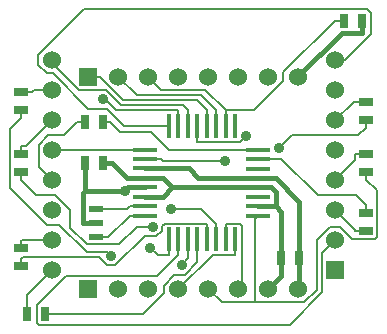
<source format=gtl>
G04 (created by PCBNEW (2013-jul-07)-stable) date Mon 01 Feb 2016 05:42:25 PM PST*
%MOIN*%
G04 Gerber Fmt 3.4, Leading zero omitted, Abs format*
%FSLAX34Y34*%
G01*
G70*
G90*
G04 APERTURE LIST*
%ADD10C,0.00590551*%
%ADD11R,0.025X0.045*%
%ADD12R,0.045X0.025*%
%ADD13R,0.0787X0.0177*%
%ADD14R,0.0177X0.0787*%
%ADD15C,0.06*%
%ADD16R,0.06X0.06*%
%ADD17R,0.0512X0.0197*%
%ADD18C,0.035*%
%ADD19C,0.016*%
%ADD20C,0.008*%
G04 APERTURE END LIST*
G54D10*
G54D11*
X50684Y-28248D03*
X51284Y-28248D03*
X40113Y-38031D03*
X40713Y-38031D03*
G54D12*
X39921Y-35841D03*
X39921Y-36441D03*
X39921Y-32692D03*
X39921Y-33292D03*
X51417Y-30959D03*
X51417Y-31559D03*
X39921Y-30644D03*
X39921Y-31244D03*
X51417Y-32692D03*
X51417Y-33292D03*
X51417Y-35260D03*
X51417Y-34660D03*
G54D11*
X42042Y-31633D03*
X42642Y-31633D03*
G54D13*
X44068Y-34754D03*
X44068Y-34439D03*
X44068Y-34124D03*
X44068Y-33809D03*
X44068Y-33494D03*
X44068Y-33179D03*
X44068Y-32864D03*
X44068Y-32549D03*
X47834Y-32551D03*
X47834Y-34761D03*
X47834Y-34441D03*
X47834Y-34121D03*
X47834Y-33811D03*
X47834Y-33491D03*
X47834Y-33181D03*
X47834Y-32861D03*
G54D14*
X44852Y-31761D03*
X45166Y-31761D03*
X45482Y-31761D03*
X45796Y-31761D03*
X46112Y-31761D03*
X46426Y-31761D03*
X46742Y-31761D03*
X47056Y-31761D03*
X44854Y-35541D03*
X45164Y-35541D03*
X45484Y-35541D03*
X45794Y-35541D03*
X46104Y-35541D03*
X46424Y-35541D03*
X46744Y-35541D03*
X47064Y-35541D03*
G54D15*
X40944Y-29569D03*
X40944Y-30569D03*
X40944Y-31569D03*
X40944Y-32569D03*
X40944Y-33569D03*
X40944Y-34569D03*
X40944Y-35569D03*
X40944Y-36569D03*
G54D16*
X50393Y-36569D03*
G54D15*
X50393Y-35569D03*
X50393Y-34569D03*
X50393Y-33569D03*
X50393Y-32569D03*
X50393Y-31569D03*
X50393Y-30569D03*
X50393Y-29569D03*
G54D11*
X48597Y-36161D03*
X49197Y-36161D03*
X42662Y-33011D03*
X42062Y-33011D03*
G54D16*
X42168Y-30117D03*
G54D15*
X43168Y-30117D03*
X44168Y-30117D03*
X45168Y-30117D03*
X46168Y-30117D03*
X47168Y-30117D03*
X48168Y-30117D03*
X49168Y-30117D03*
G54D16*
X42168Y-37205D03*
G54D15*
X43168Y-37205D03*
X44168Y-37205D03*
X45168Y-37205D03*
X46168Y-37205D03*
X47168Y-37205D03*
X48168Y-37205D03*
X49168Y-37205D03*
G54D17*
X42421Y-35000D03*
X42421Y-35472D03*
X42421Y-34528D03*
G54D18*
X43388Y-33913D03*
X47411Y-32094D03*
X48533Y-32498D03*
X44909Y-34525D03*
X44306Y-35121D03*
X42638Y-30875D03*
X46716Y-32938D03*
X44233Y-35824D03*
X45278Y-36384D03*
X42914Y-36107D03*
G54D19*
X49197Y-37176D02*
X49197Y-36161D01*
X49168Y-37205D02*
X49197Y-37176D01*
X42421Y-35000D02*
X41985Y-35000D01*
X42062Y-33011D02*
X42062Y-33416D01*
X49197Y-34280D02*
X49197Y-36161D01*
X48408Y-33491D02*
X49197Y-34280D01*
X47834Y-33491D02*
X48408Y-33491D01*
X44068Y-33809D02*
X43494Y-33809D01*
X42062Y-33913D02*
X42062Y-33416D01*
X41985Y-33990D02*
X41985Y-35000D01*
X42062Y-33913D02*
X41985Y-33990D01*
X43390Y-33913D02*
X43388Y-33913D01*
X43494Y-33809D02*
X43390Y-33913D01*
X43388Y-33913D02*
X42062Y-33913D01*
X50603Y-28653D02*
X51284Y-28653D01*
X49168Y-30088D02*
X50603Y-28653D01*
X49168Y-30117D02*
X49168Y-30088D01*
X51284Y-28248D02*
X51284Y-28653D01*
X45835Y-33491D02*
X47834Y-33491D01*
X45523Y-33179D02*
X45835Y-33491D01*
X44068Y-33179D02*
X45523Y-33179D01*
G54D20*
X45796Y-31761D02*
X45796Y-32285D01*
X47221Y-32285D02*
X47411Y-32094D01*
X45796Y-32285D02*
X47221Y-32285D01*
X47208Y-35017D02*
X46744Y-35017D01*
X47283Y-35092D02*
X47208Y-35017D01*
X47283Y-37090D02*
X47283Y-35092D01*
X47168Y-37205D02*
X47283Y-37090D01*
X46744Y-35541D02*
X46744Y-35017D01*
X51163Y-32069D02*
X51417Y-31814D01*
X48963Y-32069D02*
X51163Y-32069D01*
X48533Y-32498D02*
X48963Y-32069D01*
X51417Y-31559D02*
X51417Y-31814D01*
X42827Y-35472D02*
X43544Y-34754D01*
X42421Y-35472D02*
X42827Y-35472D01*
X44068Y-34754D02*
X43544Y-34754D01*
X45482Y-31761D02*
X45482Y-31237D01*
X40944Y-29677D02*
X40944Y-29569D01*
X41836Y-30569D02*
X40944Y-29677D01*
X42764Y-30569D02*
X41836Y-30569D01*
X43262Y-31067D02*
X42764Y-30569D01*
X45312Y-31067D02*
X43262Y-31067D01*
X45482Y-31237D02*
X45312Y-31067D01*
X42642Y-31633D02*
X42897Y-31633D01*
X43229Y-31965D02*
X42897Y-31633D01*
X44268Y-31965D02*
X43229Y-31965D01*
X44854Y-32551D02*
X44268Y-31965D01*
X47310Y-32551D02*
X44854Y-32551D01*
X47834Y-32551D02*
X47310Y-32551D01*
X51417Y-34660D02*
X51417Y-34405D01*
X51080Y-34069D02*
X51417Y-34405D01*
X49805Y-34069D02*
X51080Y-34069D01*
X48598Y-32861D02*
X49805Y-34069D01*
X47834Y-32861D02*
X48598Y-32861D01*
X45932Y-34525D02*
X44909Y-34525D01*
X46424Y-35017D02*
X45932Y-34525D01*
X40432Y-34058D02*
X39921Y-33547D01*
X41055Y-34058D02*
X40432Y-34058D01*
X41560Y-34563D02*
X41055Y-34058D01*
X41560Y-35150D02*
X41560Y-34563D01*
X42110Y-35700D02*
X41560Y-35150D01*
X43201Y-35700D02*
X42110Y-35700D01*
X43780Y-35121D02*
X43201Y-35700D01*
X44306Y-35121D02*
X43780Y-35121D01*
X39921Y-33292D02*
X39921Y-33547D01*
X46424Y-35541D02*
X46424Y-35017D01*
X45794Y-35541D02*
X45794Y-36065D01*
X45794Y-36305D02*
X45794Y-36065D01*
X45370Y-36730D02*
X45794Y-36305D01*
X45035Y-36730D02*
X45370Y-36730D01*
X44681Y-37083D02*
X45035Y-36730D01*
X44681Y-37325D02*
X44681Y-37083D01*
X43975Y-38031D02*
X44681Y-37325D01*
X40713Y-38031D02*
X43975Y-38031D01*
X39921Y-36441D02*
X39921Y-36186D01*
X46104Y-35541D02*
X46104Y-35017D01*
X44705Y-35017D02*
X46104Y-35017D01*
X44611Y-35111D02*
X44705Y-35017D01*
X44611Y-35247D02*
X44611Y-35111D01*
X44427Y-35431D02*
X44611Y-35247D01*
X44045Y-35431D02*
X44427Y-35431D01*
X43065Y-36412D02*
X44045Y-35431D01*
X42788Y-36412D02*
X43065Y-36412D01*
X42508Y-36132D02*
X42788Y-36412D01*
X39975Y-36132D02*
X42508Y-36132D01*
X39921Y-36186D02*
X39975Y-36132D01*
X43363Y-31761D02*
X44852Y-31761D01*
X42782Y-31180D02*
X43363Y-31761D01*
X42164Y-31180D02*
X42782Y-31180D01*
X40993Y-30008D02*
X42164Y-31180D01*
X40776Y-30008D02*
X40993Y-30008D01*
X40494Y-29726D02*
X40776Y-30008D01*
X40494Y-29390D02*
X40494Y-29726D01*
X42011Y-27872D02*
X40494Y-29390D01*
X51459Y-27872D02*
X42011Y-27872D01*
X51572Y-27985D02*
X51459Y-27872D01*
X51572Y-28709D02*
X51572Y-27985D01*
X50712Y-29569D02*
X51572Y-28709D01*
X50393Y-29569D02*
X50712Y-29569D01*
X43080Y-31237D02*
X45166Y-31237D01*
X42717Y-30875D02*
X43080Y-31237D01*
X42638Y-30875D02*
X42717Y-30875D01*
X45166Y-31761D02*
X45166Y-31237D01*
X44068Y-32864D02*
X44592Y-32864D01*
X44666Y-32938D02*
X46716Y-32938D01*
X44592Y-32864D02*
X44666Y-32938D01*
X44454Y-36774D02*
X45164Y-36065D01*
X41411Y-36774D02*
X44454Y-36774D01*
X40458Y-37728D02*
X41411Y-36774D01*
X40458Y-38330D02*
X40458Y-37728D01*
X40519Y-38391D02*
X40458Y-38330D01*
X48881Y-38391D02*
X40519Y-38391D01*
X49963Y-37308D02*
X48881Y-38391D01*
X49963Y-35999D02*
X49963Y-37308D01*
X50393Y-35569D02*
X49963Y-35999D01*
X45164Y-35541D02*
X45164Y-36065D01*
X40511Y-33135D02*
X40944Y-33569D01*
X40511Y-32393D02*
X40511Y-33135D01*
X40835Y-32069D02*
X40511Y-32393D01*
X41352Y-32069D02*
X40835Y-32069D01*
X41787Y-31633D02*
X41352Y-32069D01*
X42042Y-31633D02*
X41787Y-31633D01*
X42168Y-30117D02*
X42599Y-30117D01*
X46112Y-31761D02*
X46112Y-31237D01*
X42599Y-30163D02*
X42599Y-30117D01*
X42599Y-30163D02*
X42599Y-30163D01*
X43332Y-30897D02*
X42599Y-30163D01*
X45772Y-30897D02*
X43332Y-30897D01*
X46112Y-31237D02*
X45772Y-30897D01*
X44068Y-34439D02*
X43544Y-34439D01*
X43456Y-34527D02*
X43544Y-34439D01*
X42421Y-34527D02*
X43456Y-34527D01*
X44474Y-36065D02*
X44854Y-36065D01*
X44233Y-35824D02*
X44474Y-36065D01*
X44854Y-35541D02*
X44854Y-36065D01*
X45484Y-36177D02*
X45484Y-35541D01*
X45278Y-36384D02*
X45484Y-36177D01*
X43525Y-32569D02*
X43544Y-32549D01*
X40944Y-32569D02*
X43525Y-32569D01*
X44068Y-32549D02*
X43544Y-32549D01*
X46426Y-31761D02*
X46426Y-31237D01*
X43778Y-30727D02*
X43168Y-30117D01*
X45916Y-30727D02*
X43778Y-30727D01*
X46426Y-31237D02*
X45916Y-30727D01*
X51417Y-33292D02*
X51417Y-33547D01*
X47727Y-34868D02*
X47834Y-34761D01*
X47727Y-37645D02*
X47727Y-34868D01*
X49358Y-37645D02*
X47727Y-37645D01*
X49780Y-37223D02*
X49358Y-37645D01*
X49780Y-35574D02*
X49780Y-37223D01*
X50224Y-35129D02*
X49780Y-35574D01*
X50562Y-35129D02*
X50224Y-35129D01*
X50949Y-35515D02*
X50562Y-35129D01*
X51721Y-35515D02*
X50949Y-35515D01*
X51772Y-35464D02*
X51721Y-35515D01*
X51772Y-33902D02*
X51772Y-35464D01*
X51417Y-33547D02*
X51772Y-33902D01*
X46609Y-37645D02*
X46168Y-37205D01*
X47727Y-37645D02*
X46609Y-37645D01*
X40113Y-37400D02*
X40113Y-38031D01*
X40944Y-36569D02*
X40113Y-37400D01*
X40076Y-32437D02*
X39921Y-32437D01*
X40944Y-31569D02*
X40076Y-32437D01*
X39921Y-32692D02*
X39921Y-32437D01*
X46742Y-31761D02*
X46742Y-31237D01*
X46052Y-30548D02*
X46742Y-31237D01*
X44599Y-30548D02*
X46052Y-30548D01*
X44168Y-30117D02*
X44599Y-30548D01*
X47680Y-31237D02*
X46742Y-31237D01*
X48668Y-30249D02*
X47680Y-31237D01*
X48668Y-29967D02*
X48668Y-30249D01*
X50387Y-28248D02*
X48668Y-29967D01*
X50684Y-28248D02*
X50387Y-28248D01*
X51062Y-32900D02*
X51062Y-32692D01*
X50393Y-33569D02*
X51062Y-32900D01*
X51417Y-32692D02*
X51062Y-32692D01*
X40352Y-30569D02*
X40276Y-30644D01*
X40944Y-30569D02*
X40352Y-30569D01*
X39921Y-30644D02*
X40276Y-30644D01*
X51062Y-35237D02*
X51062Y-35260D01*
X50393Y-34569D02*
X51062Y-35237D01*
X51417Y-35260D02*
X51062Y-35260D01*
X51003Y-30959D02*
X51417Y-30959D01*
X50393Y-31569D02*
X51003Y-30959D01*
X39938Y-35569D02*
X39921Y-35586D01*
X40944Y-35569D02*
X39938Y-35569D01*
X39921Y-35841D02*
X39921Y-35586D01*
X46308Y-36065D02*
X47064Y-36065D01*
X45168Y-37205D02*
X46308Y-36065D01*
X47064Y-35541D02*
X47064Y-36065D01*
X39566Y-31855D02*
X39921Y-31500D01*
X39566Y-33822D02*
X39566Y-31855D01*
X40792Y-35049D02*
X39566Y-33822D01*
X41196Y-35049D02*
X40792Y-35049D01*
X42109Y-35962D02*
X41196Y-35049D01*
X42769Y-35962D02*
X42109Y-35962D01*
X42914Y-36107D02*
X42769Y-35962D01*
X39921Y-31244D02*
X39921Y-31500D01*
G54D19*
X48408Y-33953D02*
X48408Y-34441D01*
X48266Y-33811D02*
X48408Y-33953D01*
X47834Y-33811D02*
X48266Y-33811D01*
X47834Y-34441D02*
X48343Y-34441D01*
X48343Y-34441D02*
X48408Y-34441D01*
X48597Y-34630D02*
X48597Y-35756D01*
X48408Y-34441D02*
X48597Y-34630D01*
X48597Y-36161D02*
X48597Y-35756D01*
X44068Y-34124D02*
X44642Y-34124D01*
X43449Y-33494D02*
X42967Y-33011D01*
X44068Y-33494D02*
X43449Y-33494D01*
X42662Y-33011D02*
X42967Y-33011D01*
X44642Y-33498D02*
X44642Y-33494D01*
X44955Y-33811D02*
X44642Y-33498D01*
X44955Y-33811D02*
X44642Y-34124D01*
X44068Y-33494D02*
X44642Y-33494D01*
X48597Y-36776D02*
X48597Y-36161D01*
X48168Y-37205D02*
X48597Y-36776D01*
X44955Y-33811D02*
X47834Y-33811D01*
M02*

</source>
